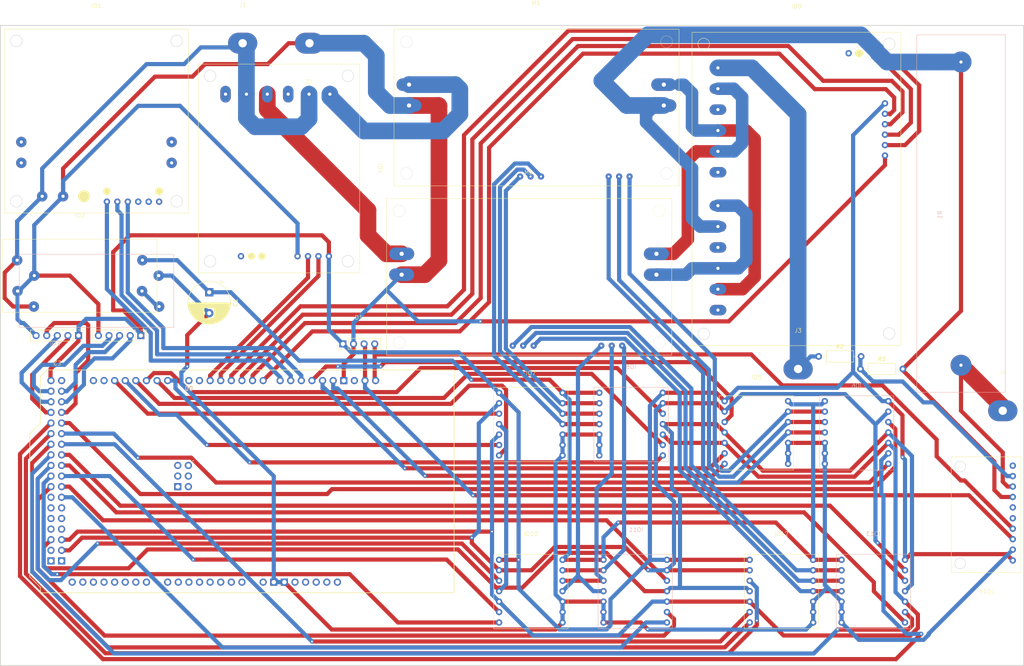
<source format=kicad_pcb>
(kicad_pcb (version 20221018) (generator pcbnew)
  (layers (0 "F.Cu" signal) (31 "B.Cu" signal) (34 "B.Paste" user) (35 "F.Paste" user) (36 "B.SilkS" user "B.Silkscreen") (37 "F.SilkS" user "F.Silkscreen") (38 "B.Mask" user) (39 "F.Mask" user) (44 "Edge.Cuts" user))
  (net 0 "")
  (net 3 "arduino 5v")
  (net 4 "MISO_SDO")
  (net 5 "MOSI_SDI")
  (net 6 "arduino sck")
  (net 9 "12V+")
  (net 29 "Arduino_rele_2x_1")
  (net 30 "Arduino_rele_2x_2")
  (net 31 "Arduino_rele_4x_1")
  (net 32 "Arduino_rele_4x_2")
  (net 33 "Arduino_rele_4x_3")
  (net 34 "Arduino_rele_4x_4")
  (net 35 "Arduino_EnA")
  (net 36 "Arduino_IN1")
  (net 37 "Arduino_IN2")
  (net 38 "arduino_CS_3")
  (net 39 "arduino_WLAT_3")
  (net 40 "arduino_SHDN_3")
  (net 41 "arduino_SHDN_2")
  (net 42 "arduino_WLAT_2")
  (net 43 "arduino_CS_2")
  (net 44 "arduino_SHDN_1")
  (net 45 "arduino_WLAT_1")
  (net 46 "arduino_CS_1")
  (net 49 "Net-(E1-S2)")
  (net 50 "Net-(E1-S1)")
  (net 51 "Net-(E1-KEY)")
  (net 52 "Net-(E2-S2)")
  (net 53 "Net-(E2-S1)")
  (net 54 "Net-(E2-KEY)")
  (net 55 "arduino_CS_4")
  (net 56 "arduino_WLAT_4")
  (net 57 "arduino_SHDN_4")
  (net 58 "arduino_CS_5")
  (net 59 "arduino_WLAT_5")
  (net 60 "arduino_SHDN_5")
  (net 61 "arduino_CS_6")
  (net 62 "arduino_WLAT_6")
  (net 63 "arduino_SHDN_6")
  (net 64 "arduino_CS_7")
  (net 65 "arduino_WLAT_7")
  (net 66 "arduino_SHDN_7")
  (net 67 "arduino_CS_8")
  (net 68 "arduino_WLAT_8")
  (net 69 "arduino_SHDN_8")
  (net 78 "arduino GND3")
  (net 88 "Arduino_SCL")
  (net 89 "Arduino_SDA")
  (net 91 "+30V digipot")
  (net 92 "Net-(IO14-A0)")
  (net 94 "Net-(IO1-OUT1)")
  (net 95 "GNDD")
  (net 98 "Net-(IO1-OUT2)")
  (net 107 "Net-(IO2-GND_OUT)")
  (net 110 "Net-(M2-IN_DC_0-30V)")
  (net 112 "Net-(M1-IN_DC_0-30V)")
  (net 113 "Net-(IO5-P0B)")
  (net 114 "Net-(IO5-P0W)")
  (net 115 "Net-(IO5-P0A)")
  (net 116 "Net-(IO7-P0B)")
  (net 117 "Net-(IO7-P0W)")
  (net 118 "Net-(IO7-P0A)")
  (net 119 "Net-(M1-OUT_DC_0-30V)")
  (net 120 "Net-(M2-OUT_GNDD)")
  (net 121 "Net-(M2-OUT_DC_0-30V)")
  (net 122 "Net-(J3-Pin_1)")
  (net 123 "Net-(IO10-P0B)")
  (net 124 "Net-(IO10-P0W)")
  (net 125 "Net-(IO10-P0A)")
  (net 126 "Net-(IO12-P0B)")
  (net 127 "Net-(IO12-P0W)")
  (net 128 "Net-(IO12-P0A)")
  (net 131 "Net-(IO14-A1)")
  (net 132 "Net-(IO14-A2)")
  (footprint "SMOLA_DMP:H_mustek" (layer "F.Cu") (at 45 12.55)
    (fp_text reference "IO1")
    (fp_text value "H_mustek")
    (fp_circle (center -19.2 7.9) (end -17.8 7.9) (stroke (width 0.1)) (fill none) (layer "Edge.Cuts"))
    (fp_circle (center -19.2 46.3) (end -19.2 44.9) (stroke (width 0.1)) (fill none) (layer "Edge.Cuts"))
    (fp_circle (center 19.2 7.9) (end 19.2 9.3) (stroke (width 0.1)) (fill none) (layer "Edge.Cuts"))
    (fp_circle (center 19.2 46.3) (end 17.8 46.3) (stroke (width 0.1)) (fill none) (layer "Edge.Cuts"))
  )
  (footprint "SMOLA_DMP:CC_&_CV_modul" (layer "F.Cu") (at 148.475 52.425)
    (fp_text reference "M2")
    (fp_text value "~")
    (fp_circle (center -31 8.75) (end -31 7.325) (stroke (width 0.05)) (fill none) (layer "Edge.Cuts"))
    (fp_circle (center -31 40.25) (end -32.425 40.25) (stroke (width 0.05)) (fill none) (layer "Edge.Cuts"))
    (fp_circle (center 31.25 40.25) (end 31.25 41.675) (stroke (width 0.05)) (fill none) (layer "Edge.Cuts"))
  )
  (footprint "SMOLA_DMP:conn" (layer "F.Cu") (at 96 29.7 180)
    (fp_text reference "J2")
    (fp_text value "GND")
  )
  (footprint "SMOLA_DMP:step_up_28V" (layer "F.Cu") (at 41 62.75)
    (fp_text reference "IO2")
    (fp_text value "step_up_28V")
  )
  (footprint "SMOLA_DMP:enkoder" (layer "F.Cu") (at 35.63 97.03 180)
    (fp_text reference "E2")
    (fp_text value "enkoder I")
  )
  (footprint "SMOLA_DMP:rele_2x" (layer "F.Cu") (at 112.4 51 -90)
    (fp_text reference "IO4")
    (fp_text value "rele_2x")
    (fp_circle (center -22.2 7.2) (end -20.8 7.2) (stroke (width 0.1)) (fill none) (layer "Edge.Cuts"))
    (fp_circle (center -22.2 40.2) (end -20.8 40.2) (stroke (width 0.1)) (fill none) (layer "Edge.Cuts"))
    (fp_circle (center 22.2 7.2) (end 23.6 7.2) (stroke (width 0.1)) (fill none) (layer "Edge.Cuts"))
    (fp_circle (center 22.2 40.2) (end 23.6 40.2) (stroke (width 0.1)) (fill none) (layer "Edge.Cuts"))
  )
  (footprint "SMOLA_DMP:MCP41HV51" (layer "F.Cu") (at 203 101)
    (fp_text reference "IO5")
    (fp_text value "MCP41HV51-104E")
  )
  (footprint "SMOLA_DMP:conn" (layer "F.Cu") (at 80 12.3)
    (fp_text reference "J1")
    (fp_text value "+12v")
  )
  (footprint "SMOLA_DMP:conn" (layer "F.Cu") (at 213 90.3)
    (fp_text reference "J3")
    (fp_text value "out+ regulated")
  )
  (footprint "SMOLA_DMP:conn" (layer "F.Cu") (at 262 100.3)
    (fp_text reference "J4")
    (fp_text value "out-")
  )
  (footprint "Resistor_THT:R_Axial_DIN0207_L6.3mm_D2.5mm_P10.16mm_Horizontal" (layer "F.Cu") (at 227.92 99)
    (fp_text reference "R3")
    (fp_text value "17k8")
  )
  (footprint "SMOLA_DMP:CC_&_CV_modul" (layer "F.Cu") (at 150.2402 11.9138)
    (fp_text reference "M1")
    (fp_text value "~")
    (fp_circle (center -31 8.75) (end -31 7.325) (stroke (width 0.05)) (fill none) (layer "Edge.Cuts"))
    (fp_circle (center -31 40.25) (end -32.425 40.25) (stroke (width 0.05)) (fill none) (layer "Edge.Cuts"))
    (fp_circle (center 31.25 40.25) (end 31.25 41.675) (stroke (width 0.05)) (fill none) (layer "Edge.Cuts"))
  )
  (footprint "SMOLA_DMP:ADS1115" (layer "F.Cu") (at 258 151.75 180)
    (fp_text reference "IO14")
    (fp_text value "ADS1115_I2C")
    (fp_circle (center 6.2 6.2) (end 7.5 6.2) (stroke (width 0.1)) (fill none) (layer "Edge.Cuts"))
    (fp_circle (center 6.2 29.4) (end 7.5 29.4) (stroke (width 0.1)) (fill none) (layer "Edge.Cuts"))
  )
  (footprint "SMOLA_DMP:MCP41HV51" (layer "F.Cu") (at 149 99)
    (fp_text reference "IO7")
    (fp_text value "MCP41HV51-502E")
  )
  (footprint "SMOLA_DMP:enkoder" (layer "F.Cu") (at 50.55 97.03 180)
    (fp_text reference "E1" hide)
    (fp_text value "enkoder U")
  )
  (footprint "SMOLA_DMP:MCP41HV51" (layer "F.Cu") (at 209 139)
    (fp_text reference "IO12")
    (fp_text value "MCP41HV51-502E")
  )
  (footprint "SMOLA_DMP:MCP41HV51" (layer "F.Cu") (at 149 139)
    (fp_text reference "IO10")
    (fp_text value "MCP41HV51-104E")
  )
  (footprint "SMOLA_DMP:rele_4x" (layer "F.Cu") (at 212.6 12.7)
    (fp_text reference "IO9")
    (fp_text value "rele_4x")
    (fp_circle (center -22.2 77.9) (end -20.8 77.9) (stroke (width 0.1)) (fill none) (layer "Edge.Cuts"))
    (fp_circle (center 22.2 8.5) (end 23.6 8.5) (stroke (width 0.1)) (fill none) (layer "Edge.Cuts"))
    (fp_circle (center 22.2 77.8) (end 23.6 77.8) (stroke (width 0.1)) (fill none) (layer "Edge.Cuts"))
  )
  (footprint "Capacitor_THT:CP_Radial_D10.0mm_P5.00mm" (layer "F.Cu") (at 72 80.6323 -90)
    (fp_text reference "C1")
    (fp_text value "680uF/50V")
  )
  (footprint "SMOLA_DMP:display" (layer "F.Cu") (at 107.81 87.17)
    (fp_text reference "D1")
    (fp_text value "display")
  )
  (footprint "Resistor_THT:R_Axial_DIN0207_L6.3mm_D2.5mm_P10.16mm_Horizontal" (layer "F.Cu") (at 217.92 96)
    (fp_text reference "R2")
    (fp_text value "220k")
  )
  (footprint "SMOLA_DMP:arduino_mega" (layer "B.Cu") (at 80.99 90.6818 180)
    (fp_text reference "A1" hide)
    (fp_text value "Arduino_Mega2560_R3_Shield" hide)
  )
  (footprint "SMOLA_DMP:step_up_28V" (layer "B.Cu") (at 45 94.25)
    (fp_text reference "IO3")
    (fp_text value "step_up_28V")
  )
  (footprint "SMOLA_DMP:MCP41HV51" (layer "B.Cu") (at 231 139 180)
    (fp_text reference "IO13")
    (fp_text value "MCP41HV51-502E")
  )
  (footprint "SMOLA_DMP:MCP41HV51" (layer "B.Cu") (at 173 99 180)
    (fp_text reference "IO8")
    (fp_text value "MCP41HV51-502E")
  )
  (footprint "SMOLA_DMP:power_rezistor_100w_0.2R" (layer "B.Cu") (at 233.6 61.9 -90)
    (fp_text reference "R1")
    (fp_text value "0.2R")
  )
  (footprint "SMOLA_DMP:MCP41HV51" (layer "B.Cu") (at 227 101 180)
    (fp_text reference "IO6")
    (fp_text value "MCP41HV51-104E")
  )
  (footprint "SMOLA_DMP:MCP41HV51" (layer "B.Cu") (at 174 139 180)
    (fp_text reference "IO11")
    (fp_text value "MCP41HV51-104E")
  )
  (gr_rect (start 22 16.75) (end 267 170) (stroke (width 0.2)) (fill none) (layer "Edge.Cuts"))
  (segment (start 49 85) (end 51.47 85) (width 1) (layer "F.Cu") (net 3))
  (segment (start 34.11 101.779) (end 34 101.669) (width 1) (layer "F.Cu") (net 3))
  (segment (start 49 71) (end 49 85) (width 1) (layer "F.Cu") (net 3))
  (segment (start 51.47 85) (end 55.62 89.15) (width 1) (layer "F.Cu") (net 3))
  (segment (start 34 101.669) (end 34 99) (width 1) (layer "F.Cu") (net 3))
  (segment (start 234.6 106.7) (end 237.9941 110.0941) (width 1) (layer "F.Cu") (net 3))
  (segment (start 34 99) (end 40.7 92.3) (width 1) (layer "F.Cu") (net 3))
  (segment (start 239.9592 143.3408) (end 262.8908 143.3408) (width 1) (layer "F.Cu") (net 3))
  (segment (start 99 67) (end 53 67) (width 1) (layer "F.Cu") (net 3))
  (segment (start 180.6 104.7) (end 193.4 104.7) (width 1) (layer "F.Cu") (net 3))
  (segment (start 237.9941 110.0941) (end 237.9941 120.1049) (width 1) (layer "F.Cu") (net 3))
  (segment (start 262.8908 143.3408) (end 264.4 144.85) (width 1) (layer "F.Cu") (net 3))
  (segment (start 40.7 92.3) (end 40.7 91) (width 1) (layer "F.Cu") (net 3))
  (segment (start 53 67) (end 49 71) (width 1) (layer "F.Cu") (net 3))
  (segment (start 100.65 68.65) (end 99 67) (width 1) (layer "F.Cu") (net 3))
  (segment (start 55.62 89.15) (end 55.62 91) (width 1) (layer "F.Cu") (net 3))
  (segment (start 100.65 72) (end 100.65 68.65) (width 1) (layer "F.Cu") (net 3))
  (segment (start 238.6 144.7) (end 239.9592 143.3408) (width 1) (layer "F.Cu") (net 3))
  (segment (start 181.6 144.7) (end 201.4 144.7) (width 1) (layer "F.Cu") (net 3))
  (segment (start 146.0755 144.7) (end 141.4 144.7) (width 1) (layer "F.Cu") (net 3))
  (segment (start 193.4 104.7) (end 195.4 106.7) (width 1) (layer "F.Cu") (net 3))
  (via (at 237.9941 120.1049) (size 0.8) (drill 0.4) (layers "F.Cu" "B.Cu") (net 3))
  (via (at 146.0755 144.7) (size 0.8) (drill 0.4) (layers "F.Cu" "B.Cu") (net 3))
  (segment (start 238.6 120.7108) (end 237.9941 120.1049) (width 1) (layer "B.Cu") (net 3))
  (segment (start 177.5145 144.7) (end 177.5145 107.7855) (width 1) (layer "B.Cu") (net 3))
  (segment (start 226.1678 99.7202) (end 226.1678 43.0322) (width 1) (layer "B.Cu") (net 3))
  (segment (start 52 87) (end 55.62 90.62) (width 1) (layer "B.Cu") (net 3))
  (segment (start 195.4 106.7) (end 198.599 103.501) (width 1) (layer "B.Cu") (net 3))
  (segment (start 146.0755 144.7) (end 146.0755 151.5738) (width 1) (layer "B.Cu") (net 3))
  (segment (start 104 93) (end 106.0032 95.0032) (width 1) (layer "B.Cu") (net 3))
  (segment (start 155.8656 161.3639) (end 167.1353 161.3639) (width 1) (layer "B.Cu") (net 3))
  (segment (start 168.0701 154.1444) (end 177.5145 144.7) (width 1) (layer "B.Cu") (net 3))
  (segment (start 100.65 72) (end 100.65 89.65) (width 1) (layer "B.Cu") (net 3))
  (segment (start 42.54 87) (end 52 87) (width 1) (layer "B.Cu") (net 3))
  (segment (start 40.7 91) (end 40.7 88.84) (width 1) (layer "B.Cu") (net 3))
  (segment (start 233.1476 106.7) (end 226.1678 99.7202) (width 1) (layer "B.Cu") (net 3))
  (segment (start 198.599 103.501) (end 222.387 103.501) (width 1) (layer "B.Cu") (net 3))
  (segment (start 234.6 106.7) (end 233.1476 106.7) (width 1) (layer "B.Cu") (net 3))
  (segment (start 55.62 90.62) (end 55.62 91) (width 1) (layer "B.Cu") (net 3))
  (segment (start 131.7032 95.0032) (end 141.4 104.7) (width 1) (layer "B.Cu") (net 3))
  (segment (start 177.5145 144.7) (end 181.6 144.7) (width 1) (layer "B.Cu") (net 3))
  (segment (start 146.0755 151.5738) (end 155.8656 161.3639) (width 1) (layer "B.Cu") (net 3))
  (segment (start 146.0755 109.3755) (end 146.0755 144.7) (width 1) (layer "B.Cu") (net 3))
  (segment (start 226.1678 43.0322) (end 233.8 35.4) (width 1) (layer "B.Cu") (net 3))
  (segment (start 238.6 144.7) (end 238.6 120.7108) (width 1) (layer "B.Cu") (net 3))
  (segment (start 168.0701 160.4291) (end 168.0701 154.1444) (width 1) (layer "B.Cu") (net 3))
  (segment (start 141.4 104.7) (end 146.0755 109.3755) (width 1) (layer "B.Cu") (net 3))
  (segment (start 222.387 103.501) (end 226.1678 99.7202) (width 1) (layer "B.Cu") (net 3))
  (segment (start 177.5145 107.7855) (end 180.6 104.7) (width 1) (layer "B.Cu") (net 3))
  (segment (start 106.0032 95.0032) (end 131.7032 95.0032) (width 1) (layer "B.Cu") (net 3))
  (segment (start 40.7 88.84) (end 42.54 87) (width 1) (layer "B.Cu") (net 3))
  (segment (start 100.65 89.65) (end 104 93) (width 1) (layer "B.Cu") (net 3))
  (segment (start 167.1353 161.3639) (end 168.0701 160.4291) (width 1) (layer "B.Cu") (net 3))
  (segment (start 38.5136 139.879) (end 40.4521 137.9405) (width 1) (layer "F.Cu") (net 4))
  (segment (start 182.6 116.7) (end 180.6 114.7) (width 1) (layer "F.Cu") (net 4))
  (segment (start 181.6 154.7) (end 201.4 154.7) (width 1) (layer "F.Cu") (net 4))
  (segment (start 239.8751 162.8132) (end 209.5132 162.8132) (width 1) (layer "F.Cu") (net 4))
  (segment (start 241.6811 157.7811) (end 241.6811 161.0072) (width 1) (layer "F.Cu") (net 4))
  (segment (start 209.5132 162.8132) (end 201.4 154.7) (width 1) (layer "F.Cu") (net 4))
  (segment (start 234.6 116.7) (end 226.5166 124.7834) (width 1) (layer "F.Cu") (net 4))
  (segment (start 40.4521 137.9405) (end 139.7103 137.9405) (width 1) (layer "F.Cu") (net 4))
  (segment (start 226.5166 124.7834) (end 203.4834 124.7834) (width 1) (layer "F.Cu") (net 4))
  (segment (start 203.4834 124.7834) (end 195.4 116.7) (width 1) (layer "F.Cu") (net 4))
  (segment (start 195.4 116.7) (end 182.6 116.7) (width 1) (layer "F.Cu") (net 4))
  (segment (start 238.6 154.7) (end 241.6811 157.7811) (width 1) (layer "F.Cu") (net 4))
  (segment (start 36.65 139.879) (end 38.5136 139.879) (width 1) (layer "F.Cu") (net 4))
  (segment (start 241.6811 161.0072) (end 239.8751 162.8132) (width 1) (layer "F.Cu") (net 4))
  (via (at 139.7103 137.9405) (size 0.8) (drill 0.4) (layers "F.Cu" "B.Cu") (net 4))
  (segment (start 178.126 154.7) (end 181.6 154.7) (width 1) (layer "B.Cu") (net 4))
  (segment (start 139.7103 116.3897) (end 139.7103 137.9405) (width 1) (layer "B.Cu") (net 4))
  (segment (start 141.4 114.7) (end 139.7103 116.3897) (width 1) (layer "B.Cu") (net 4))
  (segment (start 139.7103 153.0103) (end 141.4 154.7) (width 1) (layer "B.Cu") (net 4))
  (segment (start 170.0584 162.7676) (end 178.126 154.7) (width 1) (layer "B.Cu") (net 4))
  (segment (start 238.6 154.7) (end 236.3232 152.4232) (width 1) (layer "B.Cu") (net 4))
  (segment (start 149.4676 162.7676) (end 170.0584 162.7676) (width 1) (layer "B.Cu") (net 4))
  (segment (start 139.7103 137.9405) (end 139.7103 153.0103) (width 1) (layer "B.Cu") (net 4))
  (segment (start 141.4 154.7) (end 149.4676 162.7676) (width 1) (layer "B.Cu") (net 4))
  (segment (start 236.3232 118.4232) (end 234.6 116.7) (width 1) (layer "B.Cu") (net 4))
  (segment (start 236.3232 152.4232) (end 236.3232 118.4232) (width 1) (layer "B.Cu") (net 4))
  (segment (start 180.6 112.2) (end 193.4 112.2) (width 1) (layer "F.Cu") (net 5))
  (segment (start 155.3219 143.0285) (end 167.0996 143.0285) (width 1) (layer "F.Cu") (net 5))
  (segment (start 141.4 151.3639) (end 146.9865 151.3639) (width 1) (layer "F.Cu") (net 5))
  (segment (start 32.8727 146.7245) (end 52.6931 146.7245) (width 1) (layer "F.Cu") (net 5))
  (segment (start 140.7107 151.3639) (end 141.4 151.3639) (width 1) (layer "F.Cu") (net 5))
  (segment (start 52.6931 146.7245) (end 57.2129 142.2047) (width 1) (layer "F.Cu") (net 5))
  (segment (start 225.4356 123.3644) (end 204.5644 123.3644) (width 1) (layer "F.Cu") (net 5))
  (segment (start 131.5515 142.2047) (end 140.7107 151.3639) (width 1) (layer "F.Cu") (net 5))
  (segment (start 141.4 151.3639) (end 141.4 152.2) (width 1) (layer "F.Cu") (net 5))
  (segment (start 32.3445 141.6445) (end 32.3445 146.1963) (width 1) (layer "F.Cu") (net 5))
  (segment (start 234.6 114.2) (end 225.4356 123.3644) (width 1) (layer "F.Cu") (net 5))
  (segment (start 167.0996 143.0285) (end 176.2711 152.2) (width 1) (layer "F.Cu") (net 5))
  (segment (start 34.11 139.879) (end 32.3445 141.6445) (width 1) (layer "F.Cu") (net 5))
  (segment (start 32.3445 146.1963) (end 32.8727 146.7245) (width 1) (layer "F.Cu") (net 5))
  (segment (start 176.2711 152.2) (end 181.6 152.2) (width 1) (layer "F.Cu") (net 5))
  (segment (start 57.2129 142.2047) (end 131.5515 142.2047) (width 1) (layer "F.Cu") (net 5))
  (segment (start 146.9865 151.3639) (end 155.3219 143.0285) (width 1) (layer "F.Cu") (net 5))
  (segment (start 193.4 112.2) (end 195.4 114.2) (width 1) (layer "F.Cu") (net 5))
  (segment (start 204.5644 123.3644) (end 195.4 114.2) (width 1) (layer "F.Cu") (net 5))
  (segment (start 240.2652 150.5348) (end 238.6 152.2) (width 1) (layer "B.Cu") (net 5))
  (segment (start 240.2652 119.8652) (end 240.2652 150.5348) (width 1) (layer "B.Cu") (net 5))
  (segment (start 200.631 151.431) (end 201.4 152.2) (width 1) (layer "B.Cu") (net 5))
  (segment (start 184.7136 129.5171) (end 182.7758 127.5793) (width 1) (layer "B.Cu") (net 5))
  (segment (start 184.7136 151.431) (end 184.7136 129.5171) (width 1) (layer "B.Cu") (net 5))
  (segment (start 182.7758 127.5793) (end 182.7758 114.3758) (width 1) (layer "B.Cu") (net 5))
  (segment (start 181.6 152.2) (end 182.369 151.431) (width 1) (layer "B.Cu") (net 5))
  (segment (start 143.1015 150.4985) (end 143.1015 113.9015) (width 1) (layer "B.Cu") (net 5))
  (segment (start 143.1015 113.9015) (end 141.4 112.2) (width 1) (layer "B.Cu") (net 5))
  (segment (start 182.369 151.431) (end 184.7136 151.431) (width 1) (layer "B.Cu") (net 5))
  (segment (start 184.7136 151.431) (end 200.631 151.431) (width 1) (layer "B.Cu") (net 5))
  (segment (start 182.7758 114.3758) (end 180.6 112.2) (width 1) (layer "B.Cu") (net 5))
  (segment (start 234.6 114.2) (end 240.2652 119.8652) (width 1) (layer "B.Cu") (net 5))
  (segment (start 141.4 152.2) (end 143.1015 150.4985) (width 1) (layer "B.Cu") (net 5))
  (segment (start 195.4 109.2) (end 193.4 107.2) (width 1) (layer "F.Cu") (net 6))
  (segment (start 232.0299 140.6299) (end 238.6 147.2) (width 1) (layer "F.Cu") (net 6))
  (segment (start 134.8787 139.3957) (end 134.8787 140.6787) (width 1) (layer "F.Cu") (net 6))
  (segment (start 36.65 142.419) (end 38.5136 142.419) (width 1) (layer "F.Cu") (net 6))
  (segment (start 134.8787 140.6787) (end 141.4 147.2) (width 1) (layer "F.Cu") (net 6))
  (segment (start 193.4 107.2) (end 180.6 107.2) (width 1) (layer "F.Cu") (net 6))
  (segment (start 181.6 147.2) (end 201.4 147.2) (width 1) (layer "F.Cu") (net 6))
  (segment (start 177.0574 147.1397) (end 171.5443 141.6266) (width 1) (layer "F.Cu") (net 6))
  (segment (start 149.136 147.2) (end 141.4 147.2) (width 1) (layer "F.Cu") (net 6))
  (segment (start 154.7094 141.6266) (end 149.136 147.2) (width 1) (layer "F.Cu") (net 6))
  (segment (start 171.5443 141.6266) (end 154.7094 141.6266) (width 1) (layer "F.Cu") (net 6))
  (segment (start 134.8787 139.3957) (end 41.5369 139.3957) (width 1) (layer "F.Cu") (net 6))
  (segment (start 41.5369 139.3957) (end 38.5136 142.419) (width 1) (layer "F.Cu") (net 6))
  (via (at 232.0299 140.6299) (size 0.8) (drill 0.4) (layers "F.Cu" "B.Cu") (net 6))
  (via (at 134.8787 139.3957) (size 0.8) (drill 0.4) (layers "F.Cu" "B.Cu") (net 6))
  (via (at 177.0574 147.1397) (size 0.8) (drill 0.4) (layers "F.Cu" "B.Cu") (net 6))
  (segment (start 178.9361 108.8639) (end 180.6 107.2) (width 1) (layer "B.Cu") (net 6))
  (segment (start 224.2426 105.0116) (end 231.5155 112.2845) (width 1) (layer "B.Cu") (net 6))
  (segment (start 183.2878 145.5122) (end 183.2878 130.7742) (width 1) (layer "B.Cu") (net 6))
  (segment (start 136.5488 137.7256) (end 136.5488 112.0512) (width 1) (layer "B.Cu") (net 6))
  (segment (start 231.5155 112.2845) (end 231.5155 140.1155) (width 1) (layer "B.Cu") (net 6))
  (segment (start 181.6 147.2) (end 183.2878 145.5122) (width 1) (layer "B.Cu") (net 6))
  (segment (start 181.6 147.2) (end 177.1177 147.2) (width 1) (layer "B.Cu") (net 6))
  (segment (start 231.5155 140.1155) (end 232.0299 140.6299) (width 1) (layer "B.Cu") (net 6))
  (segment (start 178.9361 126.4225) (end 178.9361 108.8639) (width 1) (layer "B.Cu") (net 6))
  (segment (start 134.8787 139.3957) (end 136.5488 137.7256) (width 1) (layer "B.Cu") (net 6))
  (segment (start 234.6 109.2) (end 231.5155 112.2845) (width 1) (layer "B.Cu") (net 6))
  (segment (start 199.5884 105.0116) (end 224.2426 105.0116) (width 1) (layer "B.Cu") (net 6))
  (segment (start 177.1177 147.2) (end 177.0574 147.1397) (width 1) (layer "B.Cu") (net 6))
  (segment (start 136.5488 112.0512) (end 141.4 107.2) (width 1) (layer "B.Cu") (net 6))
  (segment (start 195.4 109.2) (end 199.5884 105.0116) (width 1) (layer "B.Cu") (net 6))
  (segment (start 183.2878 130.7742) (end 178.9361 126.4225) (width 1) (layer "B.Cu") (net 6))
  (segment (start 23 75.95) (end 26 72.95) (width 1) (layer "F.Cu") (net 9))
  (segment (start 25.05 84.05) (end 23 82) (width 1) (layer "F.Cu") (net 9))
  (segment (start 23 82) (end 23 75.95) (width 1) (layer "F.Cu") (net 9))
  (segment (start 30 84.05) (end 25.05 84.05) (width 1) (layer "F.Cu") (net 9))
  (segment (start 26 72.95) (end 26 63.65) (width 1) (layer "B.Cu") (net 9))
  (segment (start 26 63.65) (end 32 57.65) (width 1) (layer "B.Cu") (net 9))
  (segment (start 83 41) (end 94 41) (width 4) (layer "B.Cu") (net 9))
  (segment (start 94 41) (end 95.9 39.1) (width 4) (layer "B.Cu") (net 9))
  (segment (start 80.9 33.2) (end 80.9 38.9) (width 4) (layer "B.Cu") (net 9))
  (segment (start 32 57.65) (end 32 51) (width 1) (layer "B.Cu") (net 9))
  (segment (start 79 22) (end 80 21) (width 1) (layer "B.Cu") (net 9))
  (segment (start 32 51) (end 57 26) (width 1) (layer "B.Cu") (net 9))
  (segment (start 80.9 33.2) (end 80.9 21.9) (width 4) (layer "B.Cu") (net 9))
  (segment (start 57 26) (end 66 26) (width 1) (layer "B.Cu") (net 9))
  (segment (start 66 26) (end 70 22) (width 1) (layer "B.Cu") (net 9))
  (segment (start 70 22) (end 79 22) (width 1) (layer "B.Cu") (net 9))
  (segment (start 80.9 21.9) (end 80 21) (width 4) (layer "B.Cu") (net 9))
  (segment (start 80.9 38.9) (end 83 41) (width 4) (layer "B.Cu") (net 9))
  (segment (start 95.9 39.1) (end 95.9 33.2) (width 4) (layer "B.Cu") (net 9))
  (segment (start 72.21 100.558) (end 72.21 101.779) (width 1) (layer "F.Cu") (net 29))
  (segment (start 95.65 77.1177) (end 72.21 100.558) (width 1) (layer "F.Cu") (net 29))
  (segment (start 95.65 72) (end 95.65 77.1177) (width 1) (layer "F.Cu") (net 29))
  (segment (start 98.15 72) (end 98.15 76.739) (width 1) (layer "F.Cu") (net 30))
  (segment (start 98.15 76.739) (end 74.75 100.139) (width 1) (layer "F.Cu") (net 30))
  (segment (start 74.75 100.139) (end 74.75 101.779) (width 1) (layer "F.Cu") (net 30))
  (segment (start 133 80) (end 133 43) (width 1) (layer "F.Cu") (net 31))
  (segment (start 158 18) (end 228.905 18) (width 1) (layer "F.Cu") (net 31))
  (segment (start 242 42) (end 238.6 45.4) (width 1) (layer "F.Cu") (net 31))
  (segment (start 238.6 45.4) (end 233.8 45.4) (width 1) (layer "F.Cu") (net 31))
  (segment (start 77.29 100.558) (end 93.8477 84) (width 1) (layer "F.Cu") (net 31))
  (segment (start 93.8477 84) (end 129 84) (width 1) (layer "F.Cu") (net 31))
  (segment (start 129 84) (end 133 80) (width 1) (layer "F.Cu") (net 31))
  (segment (start 77.29 101.779) (end 77.29 100.558) (width 1) (layer "F.Cu") (net 31))
  (segment (start 242 31.0948) (end 242 42) (width 1) (layer "F.Cu") (net 31))
  (segment (start 133 43) (end 158 18) (width 1) (layer "F.Cu") (net 31))
  (segment (start 228.905 18) (end 242 31.0948) (width 1) (layer "F.Cu") (net 31))
  (segment (start 228 20) (end 159 20) (width 1) (layer "F.Cu") (net 32))
  (segment (start 240 40) (end 240 32) (width 1) (layer "F.Cu") (net 32))
  (segment (start 237.1 42.9) (end 240 40) (width 1) (layer "F.Cu") (net 32))
  (segment (start 79.83 100.558) (end 79.83 101.779) (width 1) (layer "F.Cu") (net 32))
  (segment (start 240 32) (end 228 20) (width 1) (layer "F.Cu") (net 32))
  (segment (start 130 86) (end 94.3877 86) (width 1) (layer "F.Cu") (net 32))
  (segment (start 159 20) (end 135 44) (width 1) (layer "F.Cu") (net 32))
  (segment (start 233.8 42.9) (end 237.1 42.9) (width 1) (layer "F.Cu") (net 32))
  (segment (start 94.3877 86) (end 79.83 100.558) (width 1) (layer "F.Cu") (net 32))
  (segment (start 135 44) (end 135 81) (width 1) (layer "F.Cu") (net 32))
  (segment (start 135 81) (end 130 86) (width 1) (layer "F.Cu") (net 32))
  (segment (start 233.8 40.4) (end 235.1 40.4) (width 1) (layer "F.Cu") (net 33))
  (segment (start 210.67 21.6705) (end 160.33 21.6705) (width 1) (layer "F.Cu") (net 33))
  (segment (start 238 37.5) (end 238 32.5607) (width 1) (layer "F.Cu") (net 33))
  (segment (start 82.37 100.558) (end 82.37 101.779) (width 1) (layer "F.Cu") (net 33))
  (segment (start 131 88) (end 94.9277 88) (width 1) (layer "F.Cu") (net 33))
  (segment (start 94.9277 88) (end 82.37 100.558) (width 1) (layer "F.Cu") (net 33))
  (segment (start 137 82) (end 131 88) (width 1) (layer "F.Cu") (net 33))
  (segment (start 219 30) (end 210.67 21.6705) (width 1) (layer "F.Cu") (net 33))
  (segment (start 160.33 21.6705) (end 137 45) (width 1) (layer "F.Cu") (net 33))
  (segment (start 235.1 40.4) (end 238 37.5) (width 1) (layer "F.Cu") (net 33))
  (segment (start 235.439 30) (end 219 30) (width 1) (layer "F.Cu") (net 33))
  (segment (start 238 32.5607) (end 235.439 30) (width 1) (layer "F.Cu") (net 33))
  (segment (start 137 45) (end 137 82) (width 1) (layer "F.Cu") (net 33))
  (segment (start 217 32) (end 208.5 23.5) (width 1) (layer "F.Cu") (net 34))
  (segment (start 235 38) (end 236 37) (width 1) (layer "F.Cu") (net 34))
  (segment (start 96.689 90) (end 84.91 101.779) (width 1) (layer "F.Cu") (net 34))
  (segment (start 236 37) (end 236 34) (width 1) (layer "F.Cu") (net 34))
  (segment (start 234 32) (end 217 32) (width 1) (layer "F.Cu") (net 34))
  (segment (start 208.5 23.5) (end 161.5 23.5) (width 1) (layer "F.Cu") (net 34))
  (segment (start 234.9 37.9) (end 235 38) (width 1) (layer "F.Cu") (net 34))
  (segment (start 139 46) (end 139 83) (width 1) (layer "F.Cu") (net 34))
  (segment (start 161.5 23.5) (end 139 46) (width 1) (layer "F.Cu") (net 34))
  (segment (start 132 90) (end 96.689 90) (width 1) (layer "F.Cu") (net 34))
  (segment (start 233.8 37.9) (end 234.9 37.9) (width 1) (layer "F.Cu") (net 34))
  (segment (start 139 83) (end 132 90) (width 1) (layer "F.Cu") (net 34))
  (segment (start 236 34) (end 234 32) (width 1) (layer "F.Cu") (net 34))
  (segment (start 85 97) (end 58 97) (width 1) (layer "B.Cu") (net 35))
  (segment (start 47.5 58.95) (end 47.5 79.871409) (width 1) (layer "B.Cu") (net 35))
  (segment (start 88.974 101.779) (end 88.974 100.974) (width 1) (layer "B.Cu") (net 35))
  (segment (start 47.5 79.871409) (end 57.926048 90.297457) (width 1) (layer "B.Cu") (net 35))
  (segment (start 58 97) (end 58 90.44698) (width 1) (layer "B.Cu") (net 35))
  (segment (start 88.974 100.974) (end 85 97) (width 1) (layer "B.Cu") (net 35))
  (segment (start 58 90.44698) (end 57.77651 90.22349) (width 1) (layer "B.Cu") (net 35))
  (segment (start 91.514 100.558) (end 86.4563 95.5) (width 1) (layer "B.Cu") (net 36))
  (segment (start 50 61) (end 50 58.95) (width 1) (layer "B.Cu") (net 36))
  (segment (start 91.514 101.779) (end 91.514 100.558) (width 1) (layer "B.Cu") (net 36))
  (segment (start 51 81.32566) (end 51 62) (width 1) (layer "B.Cu") (net 36))
  (segment (start 59.5 89.82566) (end 51 81.32566) (width 1) (layer "B.Cu") (net 36))
  (segment (start 51 62) (end 50 61) (width 1) (layer "B.Cu") (net 36))
  (segment (start 86.4563 95.5) (end 59.5 95.5) (width 1) (layer "B.Cu") (net 36))
  (segment (start 59.5 95.5) (end 59.5 89.82566) (width 1) (layer "B.Cu") (net 36))
  (segment (start 52.5 80.70434) (end 52.5 58.95) (width 1) (layer "B.Cu") (net 37))
  (segment (start 61 89.20434) (end 52.5 80.70434) (width 1) (layer "B.Cu") (net 37))
  (segment (start 94.054 100.558) (end 87.4963 94) (width 1) (layer "B.Cu") (net 37))
  (segment (start 61 94) (end 61 89.20434) (width 1) (layer "B.Cu") (net 37))
  (segment (start 94.054 101.779) (end 94.054 100.558) (width 1) (layer "B.Cu") (net 37))
  (segment (start 87.4963 94) (end 61 94) (width 1) (layer "B.Cu") (net 37))
  (segment (start 188.4312 97.3643) (end 197.0656 105.9987) (width 1) (layer "F.Cu") (net 38))
  (segment (start 114.0661 97.3643) (end 188.4312 97.3643) (width 1) (layer "F.Cu") (net 38))
  (segment (start 96.594 101.779) (end 99.9645 98.4085) (width 1) (layer "F.Cu") (net 38))
  (segment (start 197.0656 110.0344) (end 195.4 111.7) (width 1) (layer "F.Cu") (net 38))
  (segment (start 113.0219 98.4085) (end 114.0661 97.3643) (width 1) (layer "F.Cu") (net 38))
  (segment (start 197.0656 105.9987) (end 197.0656 110.0344) (width 1) (layer "F.Cu") (net 38))
  (segment (start 99.9645 98.4085) (end 102.8121 98.4085) (width 1) (layer "F.Cu") (net 38))
  (via (at 102.8121 98.4085) (size 0.8) (drill 0.4) (layers "F.Cu" "B.Cu") (net 38))
  (via (at 113.0219 98.4085) (size 0.8) (drill 0.4) (layers "F.Cu" "B.Cu") (net 38))
  (segment (start 102.8121 98.4085) (end 113.0219 98.4085) (width 1) (layer "B.Cu") (net 38))
  (segment (start 191.8215 122.7785) (end 118.8014 122.7785) (width 1) (layer "F.Cu") (net 39))
  (segment (start 195.4 119.2) (end 191.8215 122.7785) (width 1) (layer "F.Cu") (net 39))
  (via (at 118.8014 122.7785) (size 0.8) (drill 0.4) (layers "F.Cu" "B.Cu") (net 39))
  (segment (start 99.6655 103.6426) (end 118.8014 122.7785) (width 1) (layer "B.Cu") (net 39))
  (segment (start 99.134 103.6426) (end 99.6655 103.6426) (width 1) (layer "B.Cu") (net 39))
  (segment (start 99.134 101.779) (end 99.134 103.6426) (width 1) (layer "B.Cu") (net 39))
  (segment (start 192.5238 124.5762) (end 195.4 121.7) (width 1) (layer "F.Cu") (net 40))
  (segment (start 123.6403 124.5762) (end 192.5238 124.5762) (width 1) (layer "F.Cu") (net 40))
  (via (at 123.6403 124.5762) (size 0.8) (drill 0.4) (layers "F.Cu" "B.Cu") (net 40))
  (segment (start 101.674 101.779) (end 101.674 103.6426) (width 1) (layer "B.Cu") (net 40))
  (segment (start 102.7067 103.6426) (end 123.6403 124.5762) (width 1) (layer "B.Cu") (net 40))
  (segment (start 101.674 103.6426) (end 102.7067 103.6426) (width 1) (layer "B.Cu") (net 40))
  (segment (start 178.9302 121.3698) (end 81.6408 121.3698) (width 1) (layer "F.Cu") (net 41))
  (segment (start 180.6 119.7) (end 178.9302 121.3698) (width 1) (layer "F.Cu") (net 41))
  (via (at 81.6408 121.3698) (size 0.8) (drill 0.4) (layers "F.Cu" "B.Cu") (net 41))
  (segment (start 63.9136 101.779) (end 63.9136 103.6426) (width 1) (layer "B.Cu") (net 41))
  (segment (start 63.9136 103.6426) (end 81.6408 121.3698) (width 1) (layer "B.Cu") (net 41))
  (segment (start 62.05 101.779) (end 63.9136 101.779) (width 1) (layer "B.Cu") (net 41))
  (segment (start 133.9673 100.1732) (end 128.1933 105.9472) (width 1) (layer "F.Cu") (net 42))
  (segment (start 128.1933 105.9472) (end 63.6782 105.9472) (width 1) (layer "F.Cu") (net 42))
  (segment (start 180.6 117.2) (end 163.5732 100.1732) (width 1) (layer "F.Cu") (net 42))
  (segment (start 163.5732 100.1732) (end 133.9673 100.1732) (width 1) (layer "F.Cu") (net 42))
  (segment (start 63.6782 105.9472) (end 59.51 101.779) (width 1) (layer "F.Cu") (net 42))
  (segment (start 58.7612 99.9878) (end 62.842 99.9878) (width 1) (layer "F.Cu") (net 43))
  (segment (start 67.3995 104.5453) (end 116.8555 104.5453) (width 1) (layer "F.Cu") (net 43))
  (segment (start 56.97 101.779) (end 58.7612 99.9878) (width 1) (layer "F.Cu") (net 43))
  (segment (start 122.6295 98.7713) (end 169.6713 98.7713) (width 1) (layer "F.Cu") (net 43))
  (segment (start 116.8555 104.5453) (end 122.6295 98.7713) (width 1) (layer "F.Cu") (net 43))
  (segment (start 62.842 99.9878) (end 67.3995 104.5453) (width 1) (layer "F.Cu") (net 43))
  (segment (start 169.6713 98.7713) (end 180.6 109.7) (width 1) (layer "F.Cu") (net 43))
  (segment (start 60.0016 107.3506) (end 54.43 101.779) (width 1) (layer "F.Cu") (net 44))
  (segment (start 143.0656 103.9656) (end 142.1008 103.0008) (width 1) (layer "F.Cu") (net 44))
  (segment (start 129.8786 107.3506) (end 60.0016 107.3506) (width 1) (layer "F.Cu") (net 44))
  (segment (start 143.0656 118.0344) (end 143.0656 103.9656) (width 1) (layer "F.Cu") (net 44))
  (segment (start 134.2284 103.0008) (end 129.8786 107.3506) (width 1) (layer "F.Cu") (net 44))
  (segment (start 142.1008 103.0008) (end 134.2284 103.0008) (width 1) (layer "F.Cu") (net 44))
  (segment (start 141.4 119.7) (end 143.0656 118.0344) (width 1) (layer "F.Cu") (net 44))
  (segment (start 71.4402 117.2) (end 141.4 117.2) (width 1) (layer "F.Cu") (net 45))
  (via (at 71.4402 117.2) (size 0.8) (drill 0.4) (layers "F.Cu" "B.Cu") (net 45))
  (segment (start 64.2066 109.9664) (end 71.4402 117.2) (width 1) (layer "B.Cu") (net 45))
  (segment (start 60.0774 109.9664) (end 64.2066 109.9664) (width 1) (layer "B.Cu") (net 45))
  (segment (start 51.89 101.779) (end 60.0774 109.9664) (width 1) (layer "B.Cu") (net 45))
  (segment (start 141.4 109.7) (end 57.271 109.7) (width 1) (layer "F.Cu") (net 46))
  (segment (start 57.271 109.7) (end 49.35 101.779) (width 1) (layer "F.Cu") (net 46))
  (segment (start 40 102.19) (end 40 98) (width 1) (layer "B.Cu") (net 49))
  (segment (start 36.65 104.319) (end 37.8713 104.319) (width 1) (layer "B.Cu") (net 49))
  (segment (start 43.04 94.96) (end 47.04 94.96) (width 1) (layer "B.Cu") (net 49))
  (segment (start 50.54 91.46) (end 50.54 91) (width 1) (layer "B.Cu") (net 49))
  (segment (start 37.8713 104.319) (end 40 102.19) (width 1) (layer "B.Cu") (net 49))
  (segment (start 47.04 94.96) (end 50.54 91.46) (width 1) (layer "B.Cu") (net 49))
  (segment (start 40 98) (end 43.04 94.96) (width 1) (layer "B.Cu") (net 49))
  (segment (start 32 98) (end 37.33105 98) (width 1) (layer "B.Cu") (net 50))
  (segment (start 46.41868 93.46) (end 48 91.87868) (width 1) (layer "B.Cu") (net 50))
  (segment (start 48 91.87868) (end 48 91) (width 1) (layer "B.Cu") (net 50))
  (segment (start 30 103) (end 30 100) (width 1) (layer "B.Cu") (net 50))
  (segment (start 31.319 104.319) (end 30 103) (width 1) (layer "B.Cu") (net 50))
  (segment (start 41.87105 93.46) (end 46.41868 93.46) (width 1) (layer "B.Cu") (net 50))
  (segment (start 34.11 104.319) (end 31.319 104.319) (width 1) (layer "B.Cu") (net 50))
  (segment (start 30 100) (end 32 98) (width 1) (layer "B.Cu") (net 50))
  (segment (start 37.33105 98) (end 41.87105 93.46) (width 1) (layer "B.Cu") (net 50))
  (segment (start 44.54 96.46) (end 48.822081 96.46) (width 1) (layer "B.Cu") (net 51))
  (segment (start 44.54 96.46) (end 42 99) (width 1) (layer "B.Cu") (net 51))
  (segment (start 37.8713 106.859) (end 36.65 106.859) (width 1) (layer "B.Cu") (net 51))
  (segment (start 53.08 92.202081) (end 53.08 91) (width 1) (layer "B.Cu") (net 51))
  (segment (start 42 99) (end 42 102.73) (width 1) (layer "B.Cu") (net 51))
  (segment (start 48.822081 96.46) (end 53.08 92.202081) (width 1) (layer "B.Cu") (net 51))
  (segment (start 42 102.73) (end 37.8713 106.859) (width 1) (layer "B.Cu") (net 51))
  (segment (start 27.08 99.92) (end 35.62 91.38) (width 1) (layer "B.Cu") (net 52))
  (segment (start 27.08 102.201) (end 27.08 99.92) (width 1) (layer "B.Cu") (net 52))
  (segment (start 34.11 106.859) (end 31.7377 106.859) (width 1) (layer "B.Cu") (net 52))
  (segment (start 35.62 91.38) (end 35.62 91) (width 1) (layer "B.Cu") (net 52))
  (segment (start 31.7377 106.859) (end 27.08 102.201) (width 1) (layer "B.Cu") (net 52))
  (segment (start 43.0132 88.4732) (end 43.0132 96.9868) (width 1) (layer "F.Cu") (net 53))
  (segment (start 43.0132 96.9868) (end 40 100) (width 1) (layer "F.Cu") (net 53))
  (segment (start 40 107.27) (end 37.8713 109.399) (width 1) (layer "F.Cu") (net 53))
  (segment (start 37.8713 109.399) (end 36.65 109.399) (width 1) (layer "F.Cu") (net 53))
  (segment (start 34.8779 88) (end 42.54 88) (width 1) (layer "F.Cu") (net 53))
  (segment (start 33.08 91) (end 33.08 89.7979) (width 1) (layer "F.Cu") (net 53))
  (segment (start 40 100) (end 40 107.27) (width 1) (layer "F.Cu") (net 53))
  (segment (start 42.54 88) (end 43.0132 88.4732) (width 1) (layer "F.Cu") (net 53))
  (segment (start 33.08 89.7979) (end 34.8779 88) (width 1) (layer "F.Cu") (net 53))
  (segment (start 29.62 100.38) (end 38.16 91.84) (width 1) (layer "F.Cu") (net 54))
  (segment (start 38.16 91.84) (end 38.16 91) (width 1) (layer "F.Cu") (net 54))
  (segment (start 34.11 109.399) (end 32.8887 109.399) (width 1) (layer "F.Cu") (net 54))
  (segment (start 29.62 106.13) (end 29.62 100.38) (width 1) (layer "F.Cu") (net 54))
  (segment (start 32.8887 109.399) (end 29.62 106.13) (width 1) (layer "F.Cu") (net 54))
  (segment (start 234.6 111.7) (end 236.2853 113.3853) (width 1) (layer "F.Cu") (net 55))
  (segment (start 101.4135 127.7694) (end 100.2384 128.9445) (width 1) (layer "F.Cu") (net 55))
  (segment (start 55.5191 128.9445) (end 38.5136 111.939) (width 1) (layer "F.Cu") (net 55))
  (segment (start 236.2853 113.3853) (end 236.2853 122.422) (width 1) (layer "F.Cu") (net 55))
  (segment (start 36.65 111.939) (end 38.5136 111.939) (width 1) (layer "F.Cu") (net 55))
  (segment (start 100.2384 128.9445) (end 55.5191 128.9445) (width 1) (layer "F.Cu") (net 55))
  (segment (start 230.9379 127.7694) (end 101.4135 127.7694) (width 1) (layer "F.Cu") (net 55))
  (segment (start 236.2853 122.422) (end 230.9379 127.7694) (width 1) (layer "F.Cu") (net 55))
  (segment (start 236.4302 168.4765) (end 242.4752 162.4315) (width 1) (layer "F.Cu") (net 56))
  (segment (start 34.11 111.939) (end 26.6946 119.3544) (width 1) (layer "F.Cu") (net 56))
  (segment (start 26.6946 119.3544) (end 26.6946 148.6231) (width 1) (layer "F.Cu") (net 56))
  (segment (start 26.6946 148.6231) (end 46.548 168.4765) (width 1) (layer "F.Cu") (net 56))
  (segment (start 46.548 168.4765) (end 236.4302 168.4765) (width 1) (layer "F.Cu") (net 56))
  (via (at 242.4752 162.4315) (size 0.8) (drill 0.4) (layers "F.Cu" "B.Cu") (net 56))
  (segment (start 232.9174 120.8826) (end 234.6 119.2) (width 1) (layer "B.Cu") (net 56))
  (segment (start 232.9174 128.8419) (end 232.9174 120.8826) (width 1) (layer "B.Cu") (net 56))
  (segment (start 242.4752 162.4315) (end 242.4752 162.4314) (width 1) (layer "B.Cu") (net 56))
  (segment (start 233.4318 129.3563) (end 232.9174 128.8419) (width 1) (layer "B.Cu") (net 56))
  (segment (start 233.4318 156.9114) (end 233.4318 129.3563) (width 1) (layer "B.Cu") (net 56))
  (segment (start 238.9518 162.4314) (end 233.4318 156.9114) (width 1) (layer "B.Cu") (net 56))
  (segment (start 242.4752 162.4314) (end 238.9518 162.4314) (width 1) (layer "B.Cu") (net 56))
  (segment (start 54.8992 120.2419) (end 67.6819 120.2419) (width 1) (layer "F.Cu") (net 57))
  (segment (start 230.1104 126.1896) (end 234.6 121.7) (width 1) (layer "F.Cu") (net 57))
  (segment (start 67.6819 120.2419) (end 73.6296 126.1896) (width 1) (layer "F.Cu") (net 57))
  (segment (start 73.6296 126.1896) (end 230.1104 126.1896) (width 1) (layer "F.Cu") (net 57))
  (via (at 54.8992 120.2419) (size 0.8) (drill 0.4) (layers "F.Cu" "B.Cu") (net 57))
  (segment (start 36.65 114.479) (end 49.1363 114.479) (width 1) (layer "B.Cu") (net 57))
  (segment (start 49.1363 114.479) (end 54.8992 120.2419) (width 1) (layer "B.Cu") (net 57))
  (segment (start 196.4017 167.0702) (end 203.114 160.3579) (width 1) (layer "F.Cu") (net 58))
  (segment (start 47.1571 167.0702) (end 196.4017 167.0702) (width 1) (layer "F.Cu") (net 58))
  (segment (start 28.1071 120.4819) (end 28.1071 148.0202) (width 1) (layer "F.Cu") (net 58))
  (segment (start 34.11 114.479) (end 28.1071 120.4819) (width 1) (layer "F.Cu") (net 58))
  (segment (start 28.1071 148.0202) (end 47.1571 167.0702) (width 1) (layer "F.Cu") (net 58))
  (segment (start 203.114 160.3579) (end 203.114 159.2151) (width 1) (layer "F.Cu") (net 58))
  (via (at 203.114 159.2151) (size 0.8) (drill 0.4) (layers "F.Cu" "B.Cu") (net 58))
  (segment (start 203.114 151.414) (end 201.4 149.7) (width 1) (layer "B.Cu") (net 58))
  (segment (start 203.114 159.2151) (end 203.114 151.414) (width 1) (layer "B.Cu") (net 58))
  (segment (start 194.3475 164.2525) (end 96.593 164.2525) (width 1) (layer "F.Cu") (net 59))
  (segment (start 201.4 157.2) (end 194.3475 164.2525) (width 1) (layer "F.Cu") (net 59))
  (via (at 96.593 164.2525) (size 0.8) (drill 0.4) (layers "F.Cu" "B.Cu") (net 59))
  (segment (start 49.3595 117.019) (end 96.593 164.2525) (width 1) (layer "B.Cu") (net 59))
  (segment (start 36.65 117.019) (end 49.3595 117.019) (width 1) (layer "B.Cu") (net 59))
  (segment (start 195.4345 165.6655) (end 201.4 159.7) (width 1) (layer "F.Cu") (net 60))
  (segment (start 29.5196 121.6094) (end 29.5196 147.4173) (width 1) (layer "F.Cu") (net 60))
  (segment (start 47.7678 165.6655) (end 195.4345 165.6655) (width 1) (layer "F.Cu") (net 60))
  (segment (start 29.5196 147.4173) (end 47.7678 165.6655) (width 1) (layer "F.Cu") (net 60))
  (segment (start 34.11 117.019) (end 29.5196 121.6094) (width 1) (layer "F.Cu") (net 60))
  (segment (start 220.6375 131.7375) (end 50.6921 131.7375) (width 1) (layer "F.Cu") (net 61))
  (segment (start 238.6 149.7) (end 220.6375 131.7375) (width 1) (layer "F.Cu") (net 61))
  (segment (start 50.6921 131.7375) (end 38.5136 119.559) (width 1) (layer "F.Cu") (net 61))
  (segment (start 36.65 119.559) (end 38.5136 119.559) (width 1) (layer "F.Cu") (net 61))
  (segment (start 239.2923 161.4113) (end 222.4585 161.4113) (width 1) (layer "F.Cu") (net 62))
  (segment (start 238.6 157.2) (end 240.2792 158.8792) (width 1) (layer "F.Cu") (net 62))
  (segment (start 240.2792 158.8792) (end 240.2792 160.4244) (width 1) (layer "F.Cu") (net 62))
  (segment (start 240.2792 160.4244) (end 239.2923 161.4113) (width 1) (layer "F.Cu") (net 62))
  (via (at 222.4585 161.4113) (size 0.8) (drill 0.4) (layers "F.Cu" "B.Cu") (net 62))
  (segment (start 49.1975 167.1205) (end 216.7493 167.1205) (width 1) (layer "B.Cu") (net 62))
  (segment (start 29.506 147.429) (end 49.1975 167.1205) (width 1) (layer "B.Cu") (net 62))
  (segment (start 216.7493 167.1205) (end 222.4585 161.4113) (width 1) (layer "B.Cu") (net 62))
  (segment (start 34.11 119.559) (end 29.506 124.163) (width 1) (layer "B.Cu") (net 62))
  (segment (start 29.506 124.163) (end 29.506 147.429) (width 1) (layer "B.Cu") (net 62))
  (segment (start 49.7547 133.3401) (end 214.4148 133.3401) (width 1) (layer "F.Cu") (net 63))
  (segment (start 214.4148 133.3401) (end 231.1393 150.0646) (width 1) (layer "F.Cu") (net 63))
  (segment (start 231.1393 150.0646) (end 231.1393 152.2393) (width 1) (layer "F.Cu") (net 63))
  (segment (start 36.65 122.099) (end 38.5136 122.099) (width 1) (layer "F.Cu") (net 63))
  (segment (start 38.5136 122.099) (end 49.7547 133.3401) (width 1) (layer "F.Cu") (net 63))
  (segment (start 231.1393 152.2393) (end 238.6 159.7) (width 1) (layer "F.Cu") (net 63))
  (segment (start 132.4994 140.7994) (end 45.2431 140.7994) (width 1) (layer "F.Cu") (net 64))
  (segment (start 141.4 149.7) (end 132.4994 140.7994) (width 1) (layer "F.Cu") (net 64))
  (via (at 45.2431 140.7994) (size 0.8) (drill 0.4) (layers "F.Cu" "B.Cu") (net 64))
  (segment (start 30.9112 125.2978) (end 30.9112 146.8277) (width 1) (layer "B.Cu") (net 64))
  (segment (start 36.4827 149.5598) (end 45.2431 140.7994) (width 1) (layer "B.Cu") (net 64))
  (segment (start 30.9112 146.8277) (end 33.6433 149.5598) (width 1) (layer "B.Cu") (net 64))
  (segment (start 34.11 122.099) (end 30.9112 125.2978) (width 1) (layer "B.Cu") (net 64))
  (segment (start 33.6433 149.5598) (end 36.4827 149.5598) (width 1) (layer "B.Cu") (net 64))
  (segment (start 141.4 157.2) (end 128.8343 144.6343) (width 1) (layer "F.Cu") (net 65))
  (segment (start 128.8343 144.6343) (end 68.157 144.6343) (width 1) (layer "F.Cu") (net 65))
  (via (at 68.157 144.6343) (size 0.8) (drill 0.4) (layers "F.Cu" "B.Cu") (net 65))
  (segment (start 48.1617 124.639) (end 68.157 144.6343) (width 1) (layer "B.Cu") (net 65))
  (segment (start 36.65 124.639) (end 48.1617 124.639) (width 1) (layer "B.Cu") (net 65))
  (segment (start 105.6242 148.1344) (end 117.1898 159.7) (width 1) (layer "F.Cu") (net 66))
  (segment (start 35.5785 148.1344) (end 105.6242 148.1344) (width 1) (layer "F.Cu") (net 66))
  (segment (start 117.1898 159.7) (end 141.4 159.7) (width 1) (layer "F.Cu") (net 66))
  (via (at 35.5785 148.1344) (size 0.8) (drill 0.4) (layers "F.Cu" "B.Cu") (net 66))
  (segment (start 34.2826 148.1344) (end 35.5785 148.1344) (width 1) (layer "B.Cu") (net 66))
  (segment (start 32.3445 126.4045) (end 32.3445 146.1963) (width 1) (layer "B.Cu") (net 66))
  (segment (start 34.11 124.639) (end 32.3445 126.4045) (width 1) (layer "B.Cu") (net 66))
  (segment (start 32.3445 146.1963) (end 34.2826 148.1344) (width 1) (layer "B.Cu") (net 66))
  (segment (start 36.65 127.179) (end 38.5136 127.179) (width 1) (layer "F.Cu") (net 67))
  (segment (start 181.6 149.6976) (end 181.6 149.7) (width 1) (layer "F.Cu") (net 67))
  (segment (start 167.1396 135.2372) (end 181.6 149.6976) (width 1) (layer "F.Cu") (net 67))
  (segment (start 46.5718 135.2372) (end 167.1396 135.2372) (width 1) (layer "F.Cu") (net 67))
  (segment (start 38.5136 127.179) (end 46.5718 135.2372) (width 1) (layer "F.Cu") (net 67))
  (segment (start 183.2802 158.8802) (end 183.2802 160.4659) (width 1) (layer "F.Cu") (net 68))
  (segment (start 181.6 157.2) (end 183.2802 158.8802) (width 1) (layer "F.Cu") (net 68))
  (segment (start 30.9319 130.3571) (end 34.11 127.179) (width 1) (layer "F.Cu") (net 68))
  (segment (start 46.9423 162.841) (end 30.9319 146.8306) (width 1) (layer "F.Cu") (net 68))
  (segment (start 30.9319 146.8306) (end 30.9319 130.3571) (width 1) (layer "F.Cu") (net 68))
  (segment (start 183.2802 160.4659) (end 180.9051 162.841) (width 1) (layer "F.Cu") (net 68))
  (segment (start 180.9051 162.841) (end 46.9423 162.841) (width 1) (layer "F.Cu") (net 68))
  (segment (start 39.2057 129.719) (end 75.1859 165.6992) (width 1) (layer "B.Cu") (net 69))
  (segment (start 36.65 129.719) (end 39.2057 129.719) (width 1) (layer "B.Cu") (net 69))
  (segment (start 75.1859 165.6992) (end 170.6008 165.6992) (width 1) (layer "B.Cu") (net 69))
  (segment (start 170.6008 165.6992) (end 176.6 159.7) (width 1) (layer "B.Cu") (net 69))
  (segment (start 176.6 159.7) (end 181.6 159.7) (width 1) (layer "B.Cu") (net 69))
  (segment (start 175.3399 159.7) (end 176.9612 161.3213) (width 1) (layer "F.Cu") (net 78))
  (segment (start 101.3341 161.3831) (end 89.99 150.039) (width 1) (layer "F.Cu") (net 78))
  (segment (start 166.4 154.7) (end 156.6 154.7) (width 1) (layer "F.Cu") (net 78))
  (segment (start 219.4 116.7) (end 210.6 116.7) (width 1) (layer "F.Cu") (net 78))
  (segment (start 156.6 159.7) (end 154.9169 161.3831) (width 1) (layer "F.Cu") (net 78))
  (segment (start 72 85.6323) (end 66.7277 90.9046) (width 1) (layer "F.Cu") (net 78))
  (segment (start 66.7277 90.9046) (end 66.7277 98.4019) (width 1) (layer "F.Cu") (net 78))
  (segment (start 154.9169 161.3831) (end 101.3341 161.3831) (width 1) (layer "F.Cu") (net 78))
  (segment (start 165.4 114.7) (end 156.6 114.7) (width 1) (layer "F.Cu") (net 78))
  (segment (start 166.4 159.7) (end 175.3399 159.7) (width 1) (layer "F.Cu") (net 78))
  (via (at 176.9612 161.3213) (size 0.8) (drill 0.4) (layers "F.Cu" "B.Cu") (net 78))
  (via (at 66.7277 98.4019) (size 0.8) (drill 0.4) (layers "F.Cu" "B.Cu") (net 78))
  (segment (start 156.6 114.7) (end 156.6 117.2) (width 1) (layer "B.Cu") (net 78))
  (segment (start 214.9022 161.3978) (end 216.6 159.7) (width 1) (layer "B.Cu") (net 78))
  (segment (start 59.9 76.65) (end 63.0177 76.65) (width 1) (layer "B.Cu") (net 78))
  (segment (start 219.4 116.7) (end 219.4 119.2) (width 1) (layer "B.Cu") (net 78))
  (segment (start 63.0177 76.65) (end 72 85.6323) (width 1) (layer "B.Cu") (net 78))
  (segment (start 216.6 154.7) (end 216.6 157.2) (width 1) (layer "B.Cu") (net 78))
  (segment (start 87.45 149.1072) (end 88.1264 149.7836) (width 1) (layer "B.Cu") (net 78))
  (segment (start 219.4 119.2) (end 219.4 121.7) (width 1) (layer "B.Cu") (net 78))
  (segment (start 223.4 159.7) (end 227.5476 163.8476) (width 1) (layer "B.Cu") (net 78))
  (segment (start 156.6 117.2) (end 156.6 119.7) (width 1) (layer "B.Cu") (net 78))
  (segment (start 156.6 154.7) (end 156.6 157.2) (width 1) (layer "B.Cu") (net 78))
  (segment (start 156.6 154.7) (end 154.9228 153.0228) (width 1) (layer "B.Cu") (net 78))
  (segment (start 87.45 150.039) (end 87.45 149.1072) (width 1) (layer "B.Cu") (net 78))
  (segment (start 87.45 124.6657) (end 65.3363 102.552) (width 1) (layer "B.Cu") (net 78))
  (segment (start 220 151.3) (end 223.4 154.7) (width 1) (layer "B.Cu") (net 78))
  (segment (start 216.6 159.7) (end 216.6 157.2) (width 1) (layer "B.Cu") (net 78))
  (segment (start 219.4 150.7) (end 220 151.3) (width 1) (layer "B.Cu") (net 78))
  (segment (start 65.3363 102.552) (end 65.3363 99.7933) (width 1) (layer "B.Cu") (net 78))
  (segment (start 154.9228 153.0228) (end 154.9228 121.3772) (width 1) (layer "B.Cu") (net 78))
  (segment (start 166.4 154.7) (end 166.4 157.2) (width 1) (layer "B.Cu") (net 78))
  (segment (start 88.1264 149.7836) (end 88.1264 150.039) (width 1) (layer "B.Cu") (net 78))
  (segment (start 165.4 119.7) (end 165.4 117.2) (width 1) (layer "B.Cu") (net 78))
  (segment (start 156.6 157.2) (end 156.6 159.7) (width 1) (layer "B.Cu") (net 78))
  (segment (start 223.4 154.7) (end 223.4 157.2) (width 1) (layer "B.Cu") (net 78))
  (segment (start 244.2864 162.3635) (end 244.2865 162.3635) (width 1) (layer "B.Cu") (net 78))
  (segment (start 154.9228 121.3772) (end 156.6 119.7) (width 1) (layer "B.Cu") (net 78))
  (segment (start 243.0504 163.8476) (end 244.2864 162.6116) (width 1) (layer "B.Cu") (net 78))
  (segment (start 89.99 150.039) (end 88.1264 150.039) (width 1) (layer "B.Cu") (net 78))
  (segment (start 227.5476 163.8476) (end 243.0504 163.8476) (width 1) (layer "B.Cu") (net 78))
  (segment (start 216.6 154.7) (end 220 151.3) (width 1) (layer "B.Cu") (net 78))
  (segment (start 210.6 116.7) (end 210.6 119.2) (width 1) (layer "B.Cu") (net 78))
  (segment (start 87.45 148.1754) (end 87.45 124.6657) (width 1) (layer "B.Cu") (net 78))
  (segment (start 65.3363 99.7933) (end 66.7277 98.4019) (width 1) (layer "B.Cu") (net 78))
  (segment (start 176.9612 161.3213) (end 177.0377 161.3978) (width 1) (layer "B.Cu") (net 78))
  (segment (start 210.6 119.2) (end 210.6 121.7) (width 1) (layer "B.Cu") (net 78))
  (segment (start 219.4 121.7) (end 219.4 150.7) (width 1) (layer "B.Cu") (net 78))
  (segment (start 244.2864 162.6116) (end 244.2864 162.3635) (width 1) (layer "B.Cu") (net 78))
  (segment (start 87.45 149.1072) (end 87.45 148.1754) (width 1) (layer "B.Cu") (net 78))
  (segment (start 223.4 157.2) (end 223.4 159.7) (width 1) (layer "B.Cu") (net 78))
  (segment (start 166.4 157.2) (end 166.4 159.7) (width 1) (layer "B.Cu") (net 78))
  (segment (start 244.2865 162.3635) (end 264.4 142.25) (width 1) (layer "B.Cu") (net 78))
  (segment (start 165.4 114.7) (end 165.4 117.2) (width 1) (layer "B.Cu") (net 78))
  (segment (start 177.0377 161.3978) (end 214.9022 161.3978) (width 1) (layer "B.Cu") (net 78))
  (segment (start 233.1937 102.9374) (end 246.1744 115.9181) (width 1) (layer "F.Cu") (net 88))
  (segment (start 111.62 95.5196) (end 201.7707 95.5196) (width 1) (layer "F.Cu") (net 88))
  (segment (start 252.8468 125.6968) (end 264.4 137.25) (width 1) (layer "F.Cu") (net 88))
  (segment (start 246.1744 115.9181) (end 246.1744 119.9153) (width 1) (layer "F.Cu") (net 88))
  (segment (start 111.62 93) (end 111.62 95.5196) (width 1) (layer "F.Cu") (net 88))
  (segment (start 111.62 101.565) (end 111.834 101.779) (width 1) (layer "F.Cu") (net 88))
  (segment (start 201.7707 95.5196) (end 209.1885 102.9374) (width 1) (layer "F.Cu") (net 88))
  (segment (start 209.1885 102.9374) (end 233.1937 102.9374) (width 1) (layer "F.Cu") (net 88))
  (segment (start 246.1744 119.9153) (end 251.9559 125.6968) (width 1) (layer "F.Cu") (net 88))
  (segment (start 111.62 95.5196) (end 111.62 101.565) (width 1) (layer "F.Cu") (net 88))
  (segment (start 251.9559 125.6968) (end 252.8468 125.6968) (width 1) (layer "F.Cu") (net 88))
  (segment (start 253.8861 129.2361) (end 264.4 139.75) (width 1) (layer "F.Cu") (net 89))
  (segment (start 135.1469 129.2361) (end 253.8861 129.2361) (width 1) (layer "F.Cu") (net 89))
  (segment (start 109.294 101.779) (end 109.294 93.214) (width 1) (layer "F.Cu") (net 89))
  (segment (start 109.294 93.214) (end 109.08 93) (width 1) (layer "F.Cu") (net 89))
  (via (at 135.1469 129.2361) (size 0.8) (drill 0.4) (layers "F.Cu" "B.Cu") (net 89))
  (segment (start 135.1469 129.2361) (end 109.5534 103.6426) (width 1) (layer "B.Cu") (net 89))
  (segment (start 109.294 101.779) (end 109.294 103.6426) (width 1) (layer "B.Cu") (net 89))
  (segment (start 109.5534 103.6426) (end 109.294 103.6426) (width 1) (layer "B.Cu") (net 89))
  (segment (start 156.6 104.7) (end 153.4751 101.5751) (width 1) (layer "F.Cu") (net 91))
  (segment (start 166.4 144.7) (end 156.6 144.7) (width 1) (layer "F.Cu") (net 91))
  (segment (start 207.6628 135.7628) (end 216.6 144.7) (width 1) (layer "F.Cu") (net 91))
  (segment (start 153.4751 101.5751) (end 134.7535 101.5751) (width 1) (layer "F.Cu") (net 91))
  (segment (start 165.4 104.7) (end 156.6 104.7) (width 1) (layer "F.Cu") (net 91))
  (segment (start 169.9292 135.7628) (end 207.6628 135.7628) (width 1) (layer "F.Cu") (net 91))
  (segment (start 223.4 144.7) (end 216.6 144.7) (width 1) (layer "F.Cu") (net 91))
  (via (at 134.7535 101.5751) (size 0.8) (drill 0.4) (layers "F.Cu" "B.Cu") (net 91))
  (via (at 169.9292 135.7628) (size 0.8) (drill 0.4) (layers "F.Cu" "B.Cu") (net 91))
  (segment (start 166.4 144.7) (end 166.4 139.292) (width 1) (layer "B.Cu") (net 91))
  (segment (start 64.3177 72.95) (end 72 80.6323) (width 1) (layer "B.Cu") (net 91))
  (segment (start 56 72.95) (end 64.3177 72.95) (width 1) (layer "B.Cu") (net 91))
  (segment (start 156.6 104.7) (end 158.2671 106.3671) (width 1) (layer "B.Cu") (net 91))
  (segment (start 216.6 144.7) (end 216.6 107.4689) (width 1) (layer "B.Cu") (net 91))
  (segment (start 158.2671 106.3671) (end 158.2671 143.0329) (width 1) (layer "B.Cu") (net 91))
  (segment (start 218.6311 107.4689) (end 216.6 107.4689) (width 1) (layer "B.Cu") (net 91))
  (segment (start 219.4 106.7) (end 218.6311 107.4689) (width 1) (layer "B.Cu") (net 91))
  (segment (start 77.1381 80.6323) (end 72 80.6323) (width 1) (layer "B.Cu") (net 91))
  (segment (start 158.2671 143.0329) (end 156.6 144.7) (width 1) (layer "B.Cu") (net 91))
  (segment (start 93.5124 97.0066) (end 77.1381 80.6323) (width 1) (layer "B.Cu") (net 91))
  (segment (start 166.4 139.292) (end 169.9292 135.7628) (width 1) (layer "B.Cu") (net 91))
  (segment (start 134.7535 101.5751) (end 130.185 97.0066) (width 1) (layer "B.Cu") (net 91))
  (segment (start 211.3689 107.4689) (end 210.6 106.7) (width 1) (layer "B.Cu") (net 91))
  (segment (start 130.185 97.0066) (end 93.5124 97.0066) (width 1) (layer "B.Cu") (net 91))
  (segment (start 216.6 107.4689) (end 211.3689 107.4689) (width 1) (layer "B.Cu") (net 91))
  (segment (start 261.65 129.65) (end 260 128) (width 1) (layer "F.Cu") (net 92))
  (segment (start 238.08 99) (end 252 85.08) (width 1) (layer "F.Cu") (net 92))
  (segment (start 238.08 99.33) (end 238.08 99) (width 1) (layer "F.Cu") (net 92))
  (segment (start 264.4 129.65) (end 261.65 129.65) (width 1) (layer "F.Cu") (net 92))
  (segment (start 252 85.08) (end 252 25.5) (width 1) (layer "F.Cu") (net 92))
  (segment (start 260 128) (end 260 121.25) (width 1) (layer "F.Cu") (net 92))
  (segment (start 260 121.25) (end 238.08 99.33) (width 1) (layer "F.Cu") (net 92))
  (segment (start 252 25.5) (end 234.281 25.5) (width 4) (layer "B.Cu") (net 92))
  (segment (start 234.281 25.5) (end 232.544 23.7634) (width 4) (layer "B.Cu") (net 92))
  (segment (start 187.6 50.95) (end 187.6 62.95) (width 3) (layer "B.Cu") (net 92))
  (segment (start 231.78 22.7805) (end 228 19) (width 4) (layer "B.Cu") (net 92))
  (segment (start 232.143 23.3452) (end 231.819 22.8654) (width 4) (layer "B.Cu") (net 92))
  (segment (start 228 19) (end 177 19) (width 4) (layer "B.Cu") (net 92))
  (segment (start 179.738 35.9138) (end 178.636 35.9138) (width 3) (layer "B.Cu") (net 92))
  (segment (start 176.6 39.95) (end 187.6 50.95) (width 3) (layer "B.Cu") (net 92))
  (segment (start 189.55 64.9) (end 193.8 64.9) (width 3) (layer "B.Cu") (net 92))
  (segment (start 166 30) (end 171.914 35.9138) (width 4) (layer "B.Cu") (net 92))
  (segment (start 179.738 35.9138) (end 180.84 35.9138) (width 4) (layer "B.Cu") (net 92))
  (segment (start 178.636 35.9138) (end 176.6 37.95) (width 3) (layer "B.Cu") (net 92))
  (segment (start 177 19) (end 166 30) (width 4) (layer "B.Cu") (net 92))
  (segment (start 180.84 35.9138) (end 179.738 35.9138) (width 3) (layer "B.Cu") (net 92))
  (segment (start 176.6 37.95) (end 176.6 39.95) (width 3) (layer "B.Cu") (net 92))
  (segment (start 232.544 23.7634) (end 232.143 23.3452) (width 4) (layer "B.Cu") (net 92))
  (segment (start 231.819 22.8654) (end 231.78 22.7805) (width 4) (layer "B.Cu") (net 92))
  (segment (start 171.914 35.9138) (end 178.636 35.9138) (width 4) (layer "B.Cu") (net 92))
  (segment (start 187.6 62.95) (end 189.55 64.9) (width 3) (layer "B.Cu") (net 92))
  (segment (start 180.84 35.9138) (end 180.8402 35.9138) (width 1) (layer "B.Cu") (net 92))
  (segment (start 178.636 35.9138) (end 179.738 35.9138) (width 4) (layer "B.Cu") (net 92))
  (segment (start 123.575 76.425) (end 127 73) (width 4) (layer "F.Cu") (net 95))
  (segment (start 59 29) (end 37 51) (width 1) (layer "F.Cu") (net 95))
  (segment (start 38.64 76.65) (end 30.1 76.65) (width 1) (layer "F.Cu") (net 95))
  (segment (start 68 29) (end 59 29) (width 1) (layer "F.Cu") (net 95))
  (segment (start 45.46 91) (end 45.46 83.47) (width 1) (layer "F.Cu") (net 95))
  (segment (start 127 73) (end 127 36) (width 4) (layer "F.Cu") (net 95))
  (segment (start 106.54 95.46) (end 104.214 97.786) (width 1) (layer "F.Cu") (net 95))
  (segment (start 118.075 76.425) (end 123.575 76.425) (width 4) (layer "F.Cu") (net 95))
  (segment (start 126.914 35.9138) (end 119.8402 35.9138) (width 4) (layer "F.Cu") (net 95))
  (segment (start 119.8402 35.9138) (end 119.84 35.9138) (width 4) (layer "F.Cu") (net 95))
  (segment (start 71 26) (end 68 29) (width 1) (layer "F.Cu") (net 95))
  (segment (start 96 21) (end 91 21) (width 1) (layer "F.Cu") (net 95))
  (segment (start 233.8 47.9) (end 233.8 50.2) (width 1) (layer "F.Cu") (net 95))
  (segment (start 127 36) (end 126.914 35.9138) (width 4) (layer "F.Cu") (net 95))
  (segment (start 104.214 97.786) (end 104.214 101.779) (width 1) (layer "F.Cu") (net 95))
  (segment (start 196.4002 87.5998) (end 136.911 87.5998) (width 1) (layer "F.Cu") (net 95))
  (segment (start 233.8 50.2) (end 196.4002 87.5998) (width 1) (layer "F.Cu") (net 95))
  (segment (start 106.54 93) (end 106.54 95.46) (width 1) (layer "F.Cu") (net 95))
  (segment (start 86 26) (end 71 26) (width 1) (layer "F.Cu") (net 95))
  (segment (start 91 21) (end 86 26) (width 1) (layer "F.Cu") (net 95))
  (segment (start 37 51) (end 37 57.65) (width 1) (layer "F.Cu") (net 95))
  (segment (start 45.46 83.47) (end 38.64 76.65) (width 1) (layer "F.Cu") (net 95))
  (via (at 136.911 87.5998) (size 0.8) (drill 0.4) (layers "F.Cu" "B.Cu") (net 95))
  (segment (start 112 32.6466) (end 112 24) (width 4) (layer "B.Cu") (net 95))
  (segment (start 106.54 93) (end 106.54 87.96) (width 1) (layer "B.Cu") (net 95))
  (segment (start 112 24) (end 109 21) (width 4) (layer "B.Cu") (net 95))
  (segment (start 55 36) (end 37 54) (width 1) (layer "B.Cu") (net 95))
  (segment (start 26.25 80.35) (end 26.4 80.35) (width 1) (layer "B.Cu") (net 95))
  (segment (start 30.1 76.65) (end 30.1 64.55) (width 1) (layer "B.Cu") (net 95))
  (segment (start 119.8402 35.9138) (end 119.84 35.9138) (width 1) (layer "B.Cu") (net 95))
  (segment (start 106.54 87.96) (end 114.438 80.062) (width 1) (layer "B.Cu") (net 95))
  (segment (start 114.438 80.062) (end 118.075 76.425) (width 1) (layer "B.Cu") (net 95))
  (segment (start 37 54) (end 37 57.65) (width 1) (layer "B.Cu") (net 95))
  (segment (start 93.15 64.15) (end 65 36) (width 1) (layer "B.Cu") (net 95))
  (segment (start 109 21) (end 96 21) (width 4) (layer "B.Cu") (net 95))
  (segment (start 26.1 87.1) (end 26.1 80.35) (width 1) (layer "B.Cu") (net 95))
  (segment (start 26.4 80.35) (end 30.1 76.65) (width 1) (layer "B.Cu") (net 95))
  (segment (start 65 36) (end 55 36) (width 1) (layer "B.Cu") (net 95))
  (segment (start 30.1 64.55) (end 37 57.65) (width 1) (layer "B.Cu") (net 95))
  (segment (start 26.1 80.35) (end 26.25 80.35) (width 1) (layer "B.Cu") (net 95))
  (segment (start 93.15 72) (end 93.15 64.15) (width 1) (layer "B.Cu") (net 95))
  (segment (start 114.438 80.062) (end 121.9758 87.5998) (width 1) (layer "B.Cu") (net 95))
  (segment (start 119.84 35.9138) (end 115.267 35.9138) (width 4) (layer "B.Cu") (net 95))
  (segment (start 121.9758 87.5998) (end 136.911 87.5998) (width 1) (layer "B.Cu") (net 95))
  (segment (start 30.54 91) (end 27.54 88) (width 1) (layer "B.Cu") (net 95))
  (segment (start 27.54 88) (end 27 88) (width 1) (layer "B.Cu") (net 95))
  (segment (start 27 88) (end 26.1 87.1) (width 1) (layer "B.Cu") (net 95))
  (segment (start 115.267 35.9138) (end 112 32.6466) (width 4) (layer "B.Cu") (net 95))
  (segment (start 59.6 84.05) (end 55.9 80.35) (width 1) (layer "B.Cu") (net 107))
  (segment (start 60 84.05) (end 59.6 84.05) (width 1) (layer "B.Cu") (net 107))
  (segment (start 110 61) (end 110 67) (width 4) (layer "F.Cu") (net 110))
  (segment (start 85.9 33.2) (end 85.9 36.9) (width 4) (layer "F.Cu") (net 110))
  (segment (start 114.425 71.425) (end 118.075 71.425) (width 4) (layer "F.Cu") (net 110))
  (segment (start 85.9 36.9) (end 110 61) (width 4) (layer "F.Cu") (net 110))
  (segment (start 110 67) (end 114.425 71.425) (width 4) (layer "F.Cu") (net 110))
  (segment (start 100.9 33.2) (end 100.9 33.9) (width 4) (layer "B.Cu") (net 112))
  (segment (start 119.8402 30.9138) (end 119.84 30.9138) (width 4) (layer "B.Cu") (net 112))
  (segment (start 100.9 33.9) (end 109 42) (width 4) (layer "B.Cu") (net 112))
  (segment (start 132 38) (end 132 32) (width 4) (layer "B.Cu") (net 112))
  (segment (start 128 42) (end 132 38) (width 4) (layer "B.Cu") (net 112))
  (segment (start 132 32) (end 130.914 30.9138) (width 4) (layer "B.Cu") (net 112))
  (segment (start 109 42) (end 128 42) (width 4) (layer "B.Cu") (net 112))
  (segment (start 130.914 30.9138) (end 119.8402 30.9138) (width 4) (layer "B.Cu") (net 112))
  (segment (start 219.4 114.2) (end 210.6 114.2) (width 1) (layer "F.Cu") (net 113))
  (segment (start 190.2493 122.8902) (end 193.5625 126.2034) (width 1) (layer "B.Cu") (net 113))
  (segment (start 190.2493 99.9031) (end 190.2493 122.8902) (width 1) (layer "B.Cu") (net 113))
  (segment (start 167.6402 52.9138) (end 167.6402 77.294) (width 1) (layer "B.Cu") (net 113))
  (segment (start 193.5625 126.2034) (end 198.5966 126.2034) (width 1) (layer "B.Cu") (net 113))
  (segment (start 198.5966 126.2034) (end 210.6 114.2) (width 1) (layer "B.Cu") (net 113))
  (segment (start 167.6402 77.294) (end 190.2493 99.9031) (width 1) (layer "B.Cu") (net 113))
  (segment (start 210.6 111.7) (end 219.4 111.7) (width 1) (layer "F.Cu") (net 114))
  (segment (start 210.6 111.7) (end 197.5064 124.7936) (width 1) (layer "B.Cu") (net 114))
  (segment (start 191.6527 99.202) (end 170.1402 77.6895) (width 1) (layer "B.Cu") (net 114))
  (segment (start 197.5064 124.7936) (end 194.1401 124.7936) (width 1) (layer "B.Cu") (net 114))
  (segment (start 170.1402 77.6895) (end 170.1402 52.9138) (width 1) (layer "B.Cu") (net 114))
  (segment (start 191.6527 122.3062) (end 191.6527 99.202) (width 1) (layer "B.Cu") (net 114))
  (segment (start 194.1401 124.7936) (end 191.6527 122.3062) (width 1) (layer "B.Cu") (net 114))
  (segment (start 219.4 109.2) (end 210.6 109.2) (width 1) (layer "F.Cu") (net 115))
  (segment (start 196.4162 123.3838) (end 194.7176 123.3838) (width 1) (layer "B.Cu") (net 115))
  (segment (start 194.7176 123.3838) (end 193.0546 121.7208) (width 1) (layer "B.Cu") (net 115))
  (segment (start 210.6 109.2) (end 196.4162 123.3838) (width 1) (layer "B.Cu") (net 115))
  (segment (start 193.0546 96.5989) (end 172.6402 76.1845) (width 1) (layer "B.Cu") (net 115))
  (segment (start 172.6402 76.1845) (end 172.6402 52.9138) (width 1) (layer "B.Cu") (net 115))
  (segment (start 193.0546 121.7208) (end 193.0546 96.5989) (width 1) (layer "B.Cu") (net 115))
  (segment (start 165.4 112.2) (end 156.6 112.2) (width 1) (layer "F.Cu") (net 116))
  (segment (start 148.33 49.8036) (end 145.1866 49.8036) (width 1) (layer "B.Cu") (net 116))
  (segment (start 145.1866 49.8036) (end 140.2055 54.7847) (width 1) (layer "B.Cu") (net 116))
  (segment (start 140.2055 54.7847) (end 140.2055 95.8055) (width 1) (layer "B.Cu") (net 116))
  (segment (start 140.2055 95.8055) (end 156.6 112.2) (width 1) (layer "B.Cu") (net 116))
  (segment (start 151.4402 52.9138) (end 148.33 49.8036) (width 1) (layer "B.Cu") (net 116))
  (segment (start 165.4 109.7) (end 156.6 109.7) (width 1) (layer "F.Cu") (net 117))
  (segment (start 141.6132 55.3961) (end 141.6132 94.7132) (width 1) (layer "B.Cu") (net 117))
  (segment (start 147.2854 51.259) (end 145.7503 51.259) (width 1) (layer "B.Cu") (net 117))
  (segment (start 145.7503 51.259) (end 141.6132 55.3961) (width 1) (layer "B.Cu") (net 117))
  (segment (start 141.6132 94.7132) (end 156.6 109.7) (width 1) (layer "B.Cu") (net 117))
  (segment (start 148.9402 52.9138) (end 147.2854 51.259) (width 1) (layer "B.Cu") (net 117))
  (segment (start 165.4 107.2) (end 156.6 107.2) (width 1) (layer "F.Cu") (net 118))
  (segment (start 143.0231 56.3309) (end 146.4402 52.9138) (width 1) (layer "B.Cu") (net 118))
  (segment (start 156.0983 107.2) (end 143.0231 94.1248) (width 1) (layer "B.Cu") (net 118))
  (segment (start 143.0231 94.1248) (end 143.0231 56.3309) (width 1) (layer "B.Cu") (net 118))
  (segment (start 156.6 107.2) (end 156.0983 107.2) (width 1) (layer "B.Cu") (net 118))
  (segment (start 202.6 43.95) (end 202.6 76.95) (width 3) (layer "F.Cu") (net 119))
  (segment (start 199.65 79.9) (end 193.8 79.9) (width 3) (layer "F.Cu") (net 119))
  (segment (start 202.6 76.95) (end 199.65 79.9) (width 3) (layer "F.Cu") (net 119))
  (segment (start 200.55 41.9) (end 202.6 43.95) (width 3) (layer "F.Cu") (net 119))
  (segment (start 193.8 41.9) (end 200.55 41.9) (width 3) (layer "F.Cu") (net 119))
  (segment (start 187.6 40.95) (end 188.55 41.9) (width 3) (layer "B.Cu") (net 119))
  (segment (start 184.6 30.95) (end 180.8764 30.95) (width 1) (layer "B.Cu") (net 119))
  (segment (start 185.6 30.95) (end 187.6 32.95) (width 3) (layer "B.Cu") (net 119))
  (segment (start 187.6 32.95) (end 187.6 40.95) (width 3) (layer "B.Cu") (net 119))
  (segment (start 188.55 41.9) (end 193.8 41.9) (width 3) (layer "B.Cu") (net 119))
  (segment (start 184.6 30.95) (end 185.6 30.95) (width 3) (layer "B.Cu") (net 119))
  (segment (start 180.8764 30.95) (end 180.8402 30.9138) (width 1) (layer "B.Cu") (net 119))
  (segment (start 200.6 61.95) (end 198.55 59.9) (width 3) (layer "B.Cu") (net 120))
  (segment (start 179.083 76.4166) (end 186.133 76.4166) (width 3) (layer "B.Cu") (net 120))
  (segment (start 193.8 74.9) (end 198.65 74.9) (width 3) (layer "B.Cu") (net 120))
  (segment (start 187.65 74.9) (end 193.8 74.9) (width 3) (layer "B.Cu") (net 120))
  (segment (start 198.55 59.9) (end 193.8 59.9) (width 3) (layer "B.Cu") (net 120))
  (segment (start 179.075 76.425) (end 179.083 76.4166) (width 3) (layer "B.Cu") (net 120))
  (segment (start 200.6 72.95) (end 200.6 61.95) (width 3) (layer "B.Cu") (net 120))
  (segment (start 186.133 76.4166) (end 187.65 74.9) (width 3) (layer "B.Cu") (net 120))
  (segment (start 198.65 74.9) (end 200.6 72.95) (width 3) (layer "B.Cu") (net 120))
  (segment (start 186.6 48.95) (end 186.6 67.95) (width 3) (layer "F.Cu") (net 121))
  (segment (start 183.125 71.425) (end 179.075 71.425) (width 3) (layer "F.Cu") (net 121))
  (segment (start 193.8 46.9) (end 188.65 46.9) (width 3) (layer "F.Cu") (net 121))
  (segment (start 188.65 46.9) (end 186.6 48.95) (width 3) (layer "F.Cu") (net 121))
  (segment (start 186.6 67.95) (end 183.125 71.425) (width 3) (layer "F.Cu") (net 121))
  (segment (start 197.55 31.9) (end 199.6 33.95) (width 3) (layer "B.Cu") (net 121))
  (segment (start 199.6 33.95) (end 199.6 44.95) (width 3) (layer "B.Cu") (net 121))
  (segment (start 199.6 44.95) (end 197.65 46.9) (width 3) (layer "B.Cu") (net 121))
  (segment (start 193.8 31.9) (end 197.55 31.9) (width 3) (layer "B.Cu") (net 121))
  (segment (start 197.65 46.9) (end 193.8 46.9) (width 3) (layer "B.Cu") (net 121))
  (segment (start 213 38) (end 213 99) (width 4) (layer "B.Cu") (net 122))
  (segment (start 193.8 26.9) (end 201.9 26.9) (width 4) (layer "B.Cu") (net 122))
  (segment (start 216 96) (end 213 99) (width 1) (layer "B.Cu") (net 122))
  (segment (start 217.92 96) (end 216 96) (width 1) (layer "B.Cu") (net 122))
  (segment (start 201.9 26.9) (end 213 38) (width 4) (layer "B.Cu") (net 122))
  (segment (start 166.4 152.2) (end 163.9818 152.2) (width 1) (layer "B.Cu") (net 123))
  (segment (start 163.9818 152.2) (end 160.2909 148.5091) (width 1) (layer "B.Cu") (net 123))
  (segment (start 156.6 152.2) (end 160.2909 148.5091) (width 1) (layer "B.Cu") (net 123))
  (segment (start 160.2909 99.0091) (end 165.875 93.425) (width 1) (layer "B.Cu") (net 123))
  (segment (start 160.2909 148.5091) (end 160.2909 99.0091) (width 1) (layer "B.Cu") (net 123))
  (segment (start 166.4 149.7) (end 156.6 149.7) (width 1) (layer "F.Cu") (net 124))
  (segment (start 166.4 149.7) (end 164.7271 148.0271) (width 1) (layer "B.Cu") (net 124))
  (segment (start 168.375 124.01) (end 168.375 93.425) (width 1) (layer "B.Cu") (net 124))
  (segment (start 164.7271 127.6579) (end 168.375 124.01) (width 1) (layer "B.Cu") (net 124))
  (segment (start 164.7271 148.0271) (end 164.7271 127.6579) (width 1) (layer "B.Cu") (net 124))
  (segment (start 166.4 147.2) (end 156.6 147.2) (width 1) (layer "F.Cu") (net 125))
  (segment (start 166.4 147.2) (end 171.3311 142.2689) (width 1) (layer "B.Cu") (net 125))
  (segment (start 171.3311 93.8811) (end 170.875 93.425) (width 1) (layer "B.Cu") (net 125))
  (segment (start 171.3311 142.2689) (end 171.3311 93.8811) (width 1) (layer "B.Cu") (net 125))
  (segment (start 223.4 152.2) (end 216.6 152.2) (width 1) (layer "F.Cu") (net 126))
  (segment (start 213.6056 152.2) (end 216.6 152.2) (width 1) (layer "B.Cu") (net 126))
  (segment (start 171.5529 91.7635) (end 184.6417 104.8523) (width 1) (layer "B.Cu") (net 126))
  (segment (start 184.6417 104.8523) (end 184.6417 123.2361) (width 1) (layer "B.Cu") (net 126))
  (segment (start 151.3365 91.7635) (end 171.5529 91.7635) (width 1) (layer "B.Cu") (net 126))
  (segment (start 149.675 93.425) (end 151.3365 91.7635) (width 1) (layer "B.Cu") (net 126))
  (segment (start 184.6417 123.2361) (end 213.6056 152.2) (width 1) (layer "B.Cu") (net 126))
  (segment (start 223.4 149.7) (end 216.6 149.7) (width 1) (layer "F.Cu") (net 127))
  (segment (start 186.0436 104.2685) (end 186.0436 122.6534) (width 1) (layer "B.Cu") (net 127))
  (segment (start 150.2384 90.3616) (end 172.1367 90.3616) (width 1) (layer "B.Cu") (net 127))
  (segment (start 213.0902 149.7) (end 216.6 149.7) (width 1) (layer "B.Cu") (net 127))
  (segment (start 172.1367 90.3616) (end 186.0436 104.2685) (width 1) (layer "B.Cu") (net 127))
  (segment (start 147.175 93.425) (end 150.2384 90.3616) (width 1) (layer "B.Cu") (net 127))
  (segment (start 186.0436 122.6534) (end 213.0902 149.7) (width 1) (layer "B.Cu") (net 127))
  (segment (start 223.4 147.2) (end 216.6 147.2) (width 1) (layer "F.Cu") (net 128))
  (segment (start 149.1439 88.9561) (end 172.7159 88.9561) (width 1) (layer "B.Cu") (net 128))
  (segment (start 187.4455 103.6857) (end 187.4455 122.0708) (width 1) (layer "B.Cu") (net 128))
  (segment (start 187.4455 122.0708) (end 212.5747 147.2) (width 1) (layer "B.Cu") (net 128))
  (segment (start 212.5747 147.2) (end 216.6 147.2) (width 1) (layer "B.Cu") (net 128))
  (segment (start 144.675 93.425) (end 149.1439 88.9561) (width 1) (layer "B.Cu") (net 128))
  (segment (start 172.7159 88.9561) (end 187.4455 103.6857) (width 1) (layer "B.Cu") (net 128))
  (segment (start 252 109) (end 252 98.1) (width 1) (layer "F.Cu") (net 131))
  (segment (start 262 108.1) (end 252 98.1) (width 4) (layer "F.Cu") (net 131))
  (segment (start 262 126) (end 262 119) (width 1) (layer "F.Cu") (net 131))
  (segment (start 262 119) (end 252 109) (width 1) (layer "F.Cu") (net 131))
  (segment (start 264.4 127.15) (end 263.15 127.15) (width 1) (layer "F.Cu") (net 131))
  (segment (start 263.15 127.15) (end 262 126) (width 1) (layer "F.Cu") (net 131))
  (segment (start 262 109) (end 262 108.1) (width 4) (layer "F.Cu") (net 131))
  (segment (start 243 107) (end 238 102) (width 1) (layer "B.Cu") (net 132))
  (segment (start 264.4 124.65) (end 263.025 124.65) (width 1) (layer "B.Cu") (net 132))
  (segment (start 238 102) (end 230.92 102) (width 1) (layer "B.Cu") (net 132))
  (segment (start 263.025 124.65) (end 245.375 107) (width 1) (layer "B.Cu") (net 132))
  (segment (start 227.92 96.16) (end 228.08 96) (width 1) (layer "B.Cu") (net 132))
  (segment (start 230.92 102) (end 227.92 99) (width 1) (layer "B.Cu") (net 132))
  (segment (start 245.375 107) (end 243 107) (width 1) (layer "B.Cu") (net 132))
  (segment (start 227.92 99) (end 227.92 96.16) (width 1) (layer "B.Cu") (net 132))
)
</source>
